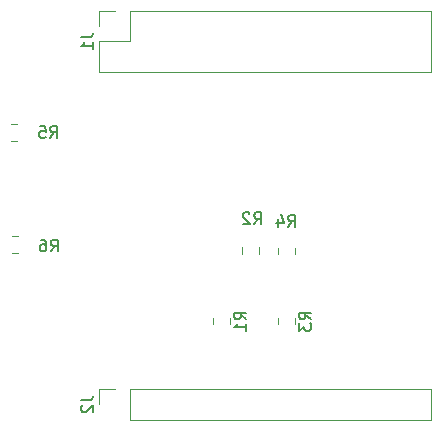
<source format=gbo>
G04 #@! TF.GenerationSoftware,KiCad,Pcbnew,5.1.2*
G04 #@! TF.CreationDate,2019-05-05T16:50:57+02:00*
G04 #@! TF.ProjectId,nixieboard,6e697869-6562-46f6-9172-642e6b696361,rev?*
G04 #@! TF.SameCoordinates,Original*
G04 #@! TF.FileFunction,Legend,Bot*
G04 #@! TF.FilePolarity,Positive*
%FSLAX46Y46*%
G04 Gerber Fmt 4.6, Leading zero omitted, Abs format (unit mm)*
G04 Created by KiCad (PCBNEW 5.1.2) date 2019-05-05 16:50:57*
%MOMM*%
%LPD*%
G04 APERTURE LIST*
%ADD10C,0.120000*%
%ADD11C,0.150000*%
G04 APERTURE END LIST*
D10*
X126670000Y-100670000D02*
X126670000Y-102000000D01*
X128000000Y-100670000D02*
X126670000Y-100670000D01*
X129270000Y-100670000D02*
X129270000Y-103330000D01*
X129270000Y-103330000D02*
X154730000Y-103330000D01*
X129270000Y-100670000D02*
X154730000Y-100670000D01*
X154730000Y-100670000D02*
X154730000Y-103330000D01*
X143210000Y-89261252D02*
X143210000Y-88738748D01*
X141790000Y-89261252D02*
X141790000Y-88738748D01*
X119736252Y-78290000D02*
X119213748Y-78290000D01*
X119736252Y-79710000D02*
X119213748Y-79710000D01*
X136290000Y-95236252D02*
X136290000Y-94713748D01*
X137710000Y-95236252D02*
X137710000Y-94713748D01*
X138790000Y-89236252D02*
X138790000Y-88713748D01*
X140210000Y-89236252D02*
X140210000Y-88713748D01*
X126670000Y-68670000D02*
X126670000Y-70000000D01*
X128000000Y-68670000D02*
X126670000Y-68670000D01*
X126670000Y-71270000D02*
X126670000Y-73870000D01*
X129270000Y-71270000D02*
X126670000Y-71270000D01*
X129270000Y-68670000D02*
X129270000Y-71270000D01*
X126670000Y-73870000D02*
X154730000Y-73870000D01*
X129270000Y-68670000D02*
X154730000Y-68670000D01*
X154730000Y-68670000D02*
X154730000Y-73870000D01*
X119786252Y-89210000D02*
X119263748Y-89210000D01*
X119786252Y-87790000D02*
X119263748Y-87790000D01*
X141790000Y-95236252D02*
X141790000Y-94713748D01*
X143210000Y-95236252D02*
X143210000Y-94713748D01*
D11*
X125122380Y-101666666D02*
X125836666Y-101666666D01*
X125979523Y-101619047D01*
X126074761Y-101523809D01*
X126122380Y-101380952D01*
X126122380Y-101285714D01*
X125217619Y-102095238D02*
X125170000Y-102142857D01*
X125122380Y-102238095D01*
X125122380Y-102476190D01*
X125170000Y-102571428D01*
X125217619Y-102619047D01*
X125312857Y-102666666D01*
X125408095Y-102666666D01*
X125550952Y-102619047D01*
X126122380Y-102047619D01*
X126122380Y-102666666D01*
X142666666Y-86977380D02*
X143000000Y-86501190D01*
X143238095Y-86977380D02*
X143238095Y-85977380D01*
X142857142Y-85977380D01*
X142761904Y-86025000D01*
X142714285Y-86072619D01*
X142666666Y-86167857D01*
X142666666Y-86310714D01*
X142714285Y-86405952D01*
X142761904Y-86453571D01*
X142857142Y-86501190D01*
X143238095Y-86501190D01*
X141809523Y-86310714D02*
X141809523Y-86977380D01*
X142047619Y-85929761D02*
X142285714Y-86644047D01*
X141666666Y-86644047D01*
X122516666Y-79452380D02*
X122850000Y-78976190D01*
X123088095Y-79452380D02*
X123088095Y-78452380D01*
X122707142Y-78452380D01*
X122611904Y-78500000D01*
X122564285Y-78547619D01*
X122516666Y-78642857D01*
X122516666Y-78785714D01*
X122564285Y-78880952D01*
X122611904Y-78928571D01*
X122707142Y-78976190D01*
X123088095Y-78976190D01*
X121611904Y-78452380D02*
X122088095Y-78452380D01*
X122135714Y-78928571D01*
X122088095Y-78880952D01*
X121992857Y-78833333D01*
X121754761Y-78833333D01*
X121659523Y-78880952D01*
X121611904Y-78928571D01*
X121564285Y-79023809D01*
X121564285Y-79261904D01*
X121611904Y-79357142D01*
X121659523Y-79404761D01*
X121754761Y-79452380D01*
X121992857Y-79452380D01*
X122088095Y-79404761D01*
X122135714Y-79357142D01*
X139102380Y-94808333D02*
X138626190Y-94475000D01*
X139102380Y-94236904D02*
X138102380Y-94236904D01*
X138102380Y-94617857D01*
X138150000Y-94713095D01*
X138197619Y-94760714D01*
X138292857Y-94808333D01*
X138435714Y-94808333D01*
X138530952Y-94760714D01*
X138578571Y-94713095D01*
X138626190Y-94617857D01*
X138626190Y-94236904D01*
X139102380Y-95760714D02*
X139102380Y-95189285D01*
X139102380Y-95475000D02*
X138102380Y-95475000D01*
X138245238Y-95379761D01*
X138340476Y-95284523D01*
X138388095Y-95189285D01*
X139766666Y-86752380D02*
X140100000Y-86276190D01*
X140338095Y-86752380D02*
X140338095Y-85752380D01*
X139957142Y-85752380D01*
X139861904Y-85800000D01*
X139814285Y-85847619D01*
X139766666Y-85942857D01*
X139766666Y-86085714D01*
X139814285Y-86180952D01*
X139861904Y-86228571D01*
X139957142Y-86276190D01*
X140338095Y-86276190D01*
X139385714Y-85847619D02*
X139338095Y-85800000D01*
X139242857Y-85752380D01*
X139004761Y-85752380D01*
X138909523Y-85800000D01*
X138861904Y-85847619D01*
X138814285Y-85942857D01*
X138814285Y-86038095D01*
X138861904Y-86180952D01*
X139433333Y-86752380D01*
X138814285Y-86752380D01*
X125122380Y-70936666D02*
X125836666Y-70936666D01*
X125979523Y-70889047D01*
X126074761Y-70793809D01*
X126122380Y-70650952D01*
X126122380Y-70555714D01*
X126122380Y-71936666D02*
X126122380Y-71365238D01*
X126122380Y-71650952D02*
X125122380Y-71650952D01*
X125265238Y-71555714D01*
X125360476Y-71460476D01*
X125408095Y-71365238D01*
X122566666Y-89052380D02*
X122900000Y-88576190D01*
X123138095Y-89052380D02*
X123138095Y-88052380D01*
X122757142Y-88052380D01*
X122661904Y-88100000D01*
X122614285Y-88147619D01*
X122566666Y-88242857D01*
X122566666Y-88385714D01*
X122614285Y-88480952D01*
X122661904Y-88528571D01*
X122757142Y-88576190D01*
X123138095Y-88576190D01*
X121709523Y-88052380D02*
X121900000Y-88052380D01*
X121995238Y-88100000D01*
X122042857Y-88147619D01*
X122138095Y-88290476D01*
X122185714Y-88480952D01*
X122185714Y-88861904D01*
X122138095Y-88957142D01*
X122090476Y-89004761D01*
X121995238Y-89052380D01*
X121804761Y-89052380D01*
X121709523Y-89004761D01*
X121661904Y-88957142D01*
X121614285Y-88861904D01*
X121614285Y-88623809D01*
X121661904Y-88528571D01*
X121709523Y-88480952D01*
X121804761Y-88433333D01*
X121995238Y-88433333D01*
X122090476Y-88480952D01*
X122138095Y-88528571D01*
X122185714Y-88623809D01*
X144602380Y-94808333D02*
X144126190Y-94475000D01*
X144602380Y-94236904D02*
X143602380Y-94236904D01*
X143602380Y-94617857D01*
X143650000Y-94713095D01*
X143697619Y-94760714D01*
X143792857Y-94808333D01*
X143935714Y-94808333D01*
X144030952Y-94760714D01*
X144078571Y-94713095D01*
X144126190Y-94617857D01*
X144126190Y-94236904D01*
X143602380Y-95141666D02*
X143602380Y-95760714D01*
X143983333Y-95427380D01*
X143983333Y-95570238D01*
X144030952Y-95665476D01*
X144078571Y-95713095D01*
X144173809Y-95760714D01*
X144411904Y-95760714D01*
X144507142Y-95713095D01*
X144554761Y-95665476D01*
X144602380Y-95570238D01*
X144602380Y-95284523D01*
X144554761Y-95189285D01*
X144507142Y-95141666D01*
M02*

</source>
